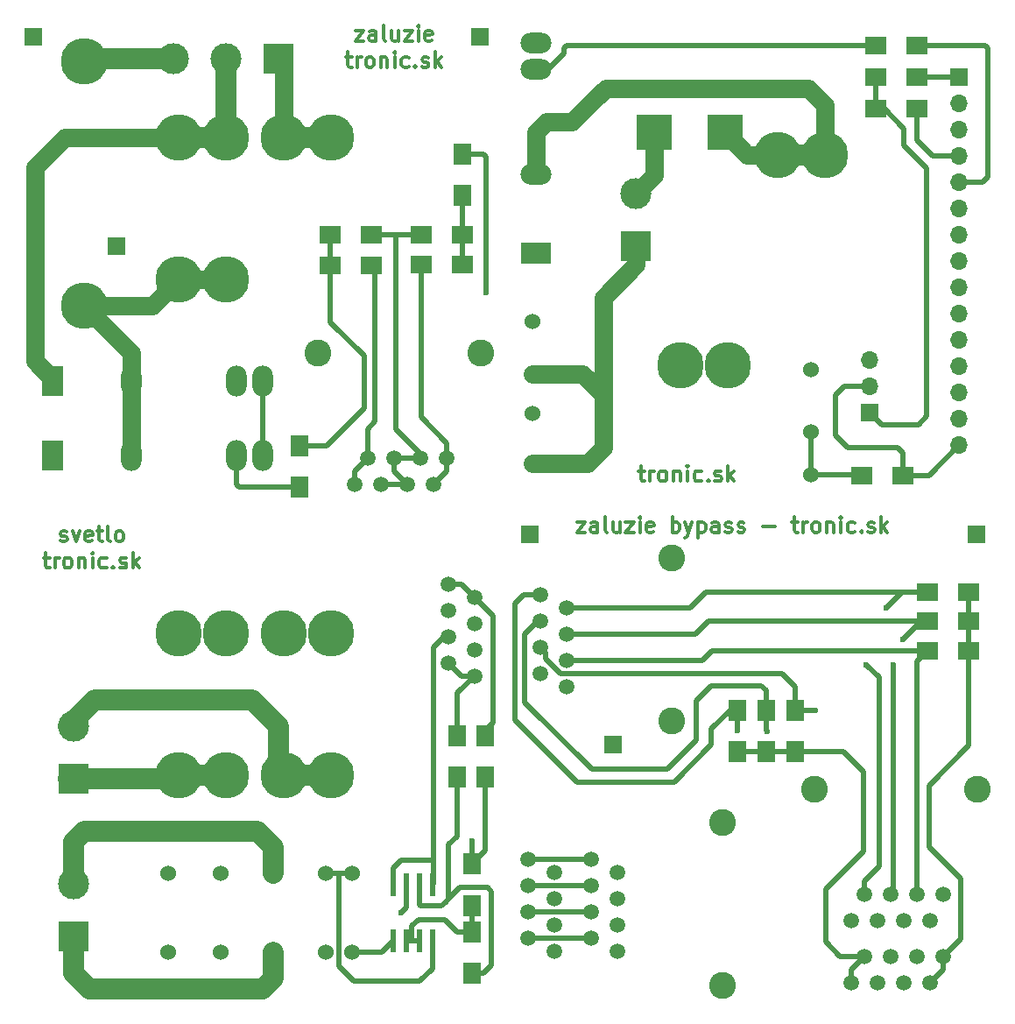
<source format=gtl>
G04 #@! TF.FileFunction,Copper,L1,Top,Signal*
%FSLAX46Y46*%
G04 Gerber Fmt 4.6, Leading zero omitted, Abs format (unit mm)*
G04 Created by KiCad (PCBNEW 4.0.7) date 05/06/18 13:24:53*
%MOMM*%
%LPD*%
G01*
G04 APERTURE LIST*
%ADD10C,0.100000*%
%ADD11C,0.300000*%
%ADD12C,1.500000*%
%ADD13R,3.000000X3.000000*%
%ADD14C,3.000000*%
%ADD15R,2.000000X1.700000*%
%ADD16R,1.700000X1.700000*%
%ADD17O,1.700000X1.700000*%
%ADD18C,2.600000*%
%ADD19R,1.700000X2.000000*%
%ADD20R,3.500000X3.500000*%
%ADD21R,2.000000X3.000000*%
%ADD22O,2.000000X3.000000*%
%ADD23R,3.000000X2.000000*%
%ADD24O,3.000000X2.000000*%
%ADD25C,1.524000*%
%ADD26C,4.500880*%
%ADD27R,0.600000X2.200000*%
%ADD28C,0.600000*%
%ADD29C,1.800000*%
%ADD30C,2.000000*%
%ADD31C,0.500000*%
G04 APERTURE END LIST*
D10*
D11*
X76006000Y-72444571D02*
X76791714Y-72444571D01*
X76006000Y-73444571D01*
X76791714Y-73444571D01*
X78006000Y-73444571D02*
X78006000Y-72658857D01*
X77934571Y-72516000D01*
X77791714Y-72444571D01*
X77506000Y-72444571D01*
X77363143Y-72516000D01*
X78006000Y-73373143D02*
X77863143Y-73444571D01*
X77506000Y-73444571D01*
X77363143Y-73373143D01*
X77291714Y-73230286D01*
X77291714Y-73087429D01*
X77363143Y-72944571D01*
X77506000Y-72873143D01*
X77863143Y-72873143D01*
X78006000Y-72801714D01*
X78934572Y-73444571D02*
X78791714Y-73373143D01*
X78720286Y-73230286D01*
X78720286Y-71944571D01*
X80148857Y-72444571D02*
X80148857Y-73444571D01*
X79506000Y-72444571D02*
X79506000Y-73230286D01*
X79577428Y-73373143D01*
X79720286Y-73444571D01*
X79934571Y-73444571D01*
X80077428Y-73373143D01*
X80148857Y-73301714D01*
X80720286Y-72444571D02*
X81506000Y-72444571D01*
X80720286Y-73444571D01*
X81506000Y-73444571D01*
X82077429Y-73444571D02*
X82077429Y-72444571D01*
X82077429Y-71944571D02*
X82006000Y-72016000D01*
X82077429Y-72087429D01*
X82148857Y-72016000D01*
X82077429Y-71944571D01*
X82077429Y-72087429D01*
X83363143Y-73373143D02*
X83220286Y-73444571D01*
X82934572Y-73444571D01*
X82791715Y-73373143D01*
X82720286Y-73230286D01*
X82720286Y-72658857D01*
X82791715Y-72516000D01*
X82934572Y-72444571D01*
X83220286Y-72444571D01*
X83363143Y-72516000D01*
X83434572Y-72658857D01*
X83434572Y-72801714D01*
X82720286Y-72944571D01*
X75077428Y-74994571D02*
X75648857Y-74994571D01*
X75291714Y-74494571D02*
X75291714Y-75780286D01*
X75363142Y-75923143D01*
X75506000Y-75994571D01*
X75648857Y-75994571D01*
X76148857Y-75994571D02*
X76148857Y-74994571D01*
X76148857Y-75280286D02*
X76220285Y-75137429D01*
X76291714Y-75066000D01*
X76434571Y-74994571D01*
X76577428Y-74994571D01*
X77291714Y-75994571D02*
X77148856Y-75923143D01*
X77077428Y-75851714D01*
X77005999Y-75708857D01*
X77005999Y-75280286D01*
X77077428Y-75137429D01*
X77148856Y-75066000D01*
X77291714Y-74994571D01*
X77505999Y-74994571D01*
X77648856Y-75066000D01*
X77720285Y-75137429D01*
X77791714Y-75280286D01*
X77791714Y-75708857D01*
X77720285Y-75851714D01*
X77648856Y-75923143D01*
X77505999Y-75994571D01*
X77291714Y-75994571D01*
X78434571Y-74994571D02*
X78434571Y-75994571D01*
X78434571Y-75137429D02*
X78505999Y-75066000D01*
X78648857Y-74994571D01*
X78863142Y-74994571D01*
X79005999Y-75066000D01*
X79077428Y-75208857D01*
X79077428Y-75994571D01*
X79791714Y-75994571D02*
X79791714Y-74994571D01*
X79791714Y-74494571D02*
X79720285Y-74566000D01*
X79791714Y-74637429D01*
X79863142Y-74566000D01*
X79791714Y-74494571D01*
X79791714Y-74637429D01*
X81148857Y-75923143D02*
X81006000Y-75994571D01*
X80720286Y-75994571D01*
X80577428Y-75923143D01*
X80506000Y-75851714D01*
X80434571Y-75708857D01*
X80434571Y-75280286D01*
X80506000Y-75137429D01*
X80577428Y-75066000D01*
X80720286Y-74994571D01*
X81006000Y-74994571D01*
X81148857Y-75066000D01*
X81791714Y-75851714D02*
X81863142Y-75923143D01*
X81791714Y-75994571D01*
X81720285Y-75923143D01*
X81791714Y-75851714D01*
X81791714Y-75994571D01*
X82434571Y-75923143D02*
X82577428Y-75994571D01*
X82863143Y-75994571D01*
X83006000Y-75923143D01*
X83077428Y-75780286D01*
X83077428Y-75708857D01*
X83006000Y-75566000D01*
X82863143Y-75494571D01*
X82648857Y-75494571D01*
X82506000Y-75423143D01*
X82434571Y-75280286D01*
X82434571Y-75208857D01*
X82506000Y-75066000D01*
X82648857Y-74994571D01*
X82863143Y-74994571D01*
X83006000Y-75066000D01*
X83720286Y-75994571D02*
X83720286Y-74494571D01*
X83863143Y-75423143D02*
X84291714Y-75994571D01*
X84291714Y-74994571D02*
X83720286Y-75566000D01*
X103398428Y-114994571D02*
X103969857Y-114994571D01*
X103612714Y-114494571D02*
X103612714Y-115780286D01*
X103684142Y-115923143D01*
X103827000Y-115994571D01*
X103969857Y-115994571D01*
X104469857Y-115994571D02*
X104469857Y-114994571D01*
X104469857Y-115280286D02*
X104541285Y-115137429D01*
X104612714Y-115066000D01*
X104755571Y-114994571D01*
X104898428Y-114994571D01*
X105612714Y-115994571D02*
X105469856Y-115923143D01*
X105398428Y-115851714D01*
X105326999Y-115708857D01*
X105326999Y-115280286D01*
X105398428Y-115137429D01*
X105469856Y-115066000D01*
X105612714Y-114994571D01*
X105826999Y-114994571D01*
X105969856Y-115066000D01*
X106041285Y-115137429D01*
X106112714Y-115280286D01*
X106112714Y-115708857D01*
X106041285Y-115851714D01*
X105969856Y-115923143D01*
X105826999Y-115994571D01*
X105612714Y-115994571D01*
X106755571Y-114994571D02*
X106755571Y-115994571D01*
X106755571Y-115137429D02*
X106826999Y-115066000D01*
X106969857Y-114994571D01*
X107184142Y-114994571D01*
X107326999Y-115066000D01*
X107398428Y-115208857D01*
X107398428Y-115994571D01*
X108112714Y-115994571D02*
X108112714Y-114994571D01*
X108112714Y-114494571D02*
X108041285Y-114566000D01*
X108112714Y-114637429D01*
X108184142Y-114566000D01*
X108112714Y-114494571D01*
X108112714Y-114637429D01*
X109469857Y-115923143D02*
X109327000Y-115994571D01*
X109041286Y-115994571D01*
X108898428Y-115923143D01*
X108827000Y-115851714D01*
X108755571Y-115708857D01*
X108755571Y-115280286D01*
X108827000Y-115137429D01*
X108898428Y-115066000D01*
X109041286Y-114994571D01*
X109327000Y-114994571D01*
X109469857Y-115066000D01*
X110112714Y-115851714D02*
X110184142Y-115923143D01*
X110112714Y-115994571D01*
X110041285Y-115923143D01*
X110112714Y-115851714D01*
X110112714Y-115994571D01*
X110755571Y-115923143D02*
X110898428Y-115994571D01*
X111184143Y-115994571D01*
X111327000Y-115923143D01*
X111398428Y-115780286D01*
X111398428Y-115708857D01*
X111327000Y-115566000D01*
X111184143Y-115494571D01*
X110969857Y-115494571D01*
X110827000Y-115423143D01*
X110755571Y-115280286D01*
X110755571Y-115208857D01*
X110827000Y-115066000D01*
X110969857Y-114994571D01*
X111184143Y-114994571D01*
X111327000Y-115066000D01*
X112041286Y-115994571D02*
X112041286Y-114494571D01*
X112184143Y-115423143D02*
X112612714Y-115994571D01*
X112612714Y-114994571D02*
X112041286Y-115566000D01*
X97422785Y-119947571D02*
X98208499Y-119947571D01*
X97422785Y-120947571D01*
X98208499Y-120947571D01*
X99422785Y-120947571D02*
X99422785Y-120161857D01*
X99351356Y-120019000D01*
X99208499Y-119947571D01*
X98922785Y-119947571D01*
X98779928Y-120019000D01*
X99422785Y-120876143D02*
X99279928Y-120947571D01*
X98922785Y-120947571D01*
X98779928Y-120876143D01*
X98708499Y-120733286D01*
X98708499Y-120590429D01*
X98779928Y-120447571D01*
X98922785Y-120376143D01*
X99279928Y-120376143D01*
X99422785Y-120304714D01*
X100351357Y-120947571D02*
X100208499Y-120876143D01*
X100137071Y-120733286D01*
X100137071Y-119447571D01*
X101565642Y-119947571D02*
X101565642Y-120947571D01*
X100922785Y-119947571D02*
X100922785Y-120733286D01*
X100994213Y-120876143D01*
X101137071Y-120947571D01*
X101351356Y-120947571D01*
X101494213Y-120876143D01*
X101565642Y-120804714D01*
X102137071Y-119947571D02*
X102922785Y-119947571D01*
X102137071Y-120947571D01*
X102922785Y-120947571D01*
X103494214Y-120947571D02*
X103494214Y-119947571D01*
X103494214Y-119447571D02*
X103422785Y-119519000D01*
X103494214Y-119590429D01*
X103565642Y-119519000D01*
X103494214Y-119447571D01*
X103494214Y-119590429D01*
X104779928Y-120876143D02*
X104637071Y-120947571D01*
X104351357Y-120947571D01*
X104208500Y-120876143D01*
X104137071Y-120733286D01*
X104137071Y-120161857D01*
X104208500Y-120019000D01*
X104351357Y-119947571D01*
X104637071Y-119947571D01*
X104779928Y-120019000D01*
X104851357Y-120161857D01*
X104851357Y-120304714D01*
X104137071Y-120447571D01*
X106637071Y-120947571D02*
X106637071Y-119447571D01*
X106637071Y-120019000D02*
X106779928Y-119947571D01*
X107065642Y-119947571D01*
X107208499Y-120019000D01*
X107279928Y-120090429D01*
X107351357Y-120233286D01*
X107351357Y-120661857D01*
X107279928Y-120804714D01*
X107208499Y-120876143D01*
X107065642Y-120947571D01*
X106779928Y-120947571D01*
X106637071Y-120876143D01*
X107851357Y-119947571D02*
X108208500Y-120947571D01*
X108565642Y-119947571D02*
X108208500Y-120947571D01*
X108065642Y-121304714D01*
X107994214Y-121376143D01*
X107851357Y-121447571D01*
X109137071Y-119947571D02*
X109137071Y-121447571D01*
X109137071Y-120019000D02*
X109279928Y-119947571D01*
X109565642Y-119947571D01*
X109708499Y-120019000D01*
X109779928Y-120090429D01*
X109851357Y-120233286D01*
X109851357Y-120661857D01*
X109779928Y-120804714D01*
X109708499Y-120876143D01*
X109565642Y-120947571D01*
X109279928Y-120947571D01*
X109137071Y-120876143D01*
X111137071Y-120947571D02*
X111137071Y-120161857D01*
X111065642Y-120019000D01*
X110922785Y-119947571D01*
X110637071Y-119947571D01*
X110494214Y-120019000D01*
X111137071Y-120876143D02*
X110994214Y-120947571D01*
X110637071Y-120947571D01*
X110494214Y-120876143D01*
X110422785Y-120733286D01*
X110422785Y-120590429D01*
X110494214Y-120447571D01*
X110637071Y-120376143D01*
X110994214Y-120376143D01*
X111137071Y-120304714D01*
X111779928Y-120876143D02*
X111922785Y-120947571D01*
X112208500Y-120947571D01*
X112351357Y-120876143D01*
X112422785Y-120733286D01*
X112422785Y-120661857D01*
X112351357Y-120519000D01*
X112208500Y-120447571D01*
X111994214Y-120447571D01*
X111851357Y-120376143D01*
X111779928Y-120233286D01*
X111779928Y-120161857D01*
X111851357Y-120019000D01*
X111994214Y-119947571D01*
X112208500Y-119947571D01*
X112351357Y-120019000D01*
X112994214Y-120876143D02*
X113137071Y-120947571D01*
X113422786Y-120947571D01*
X113565643Y-120876143D01*
X113637071Y-120733286D01*
X113637071Y-120661857D01*
X113565643Y-120519000D01*
X113422786Y-120447571D01*
X113208500Y-120447571D01*
X113065643Y-120376143D01*
X112994214Y-120233286D01*
X112994214Y-120161857D01*
X113065643Y-120019000D01*
X113208500Y-119947571D01*
X113422786Y-119947571D01*
X113565643Y-120019000D01*
X115422786Y-120376143D02*
X116565643Y-120376143D01*
X118208500Y-119947571D02*
X118779929Y-119947571D01*
X118422786Y-119447571D02*
X118422786Y-120733286D01*
X118494214Y-120876143D01*
X118637072Y-120947571D01*
X118779929Y-120947571D01*
X119279929Y-120947571D02*
X119279929Y-119947571D01*
X119279929Y-120233286D02*
X119351357Y-120090429D01*
X119422786Y-120019000D01*
X119565643Y-119947571D01*
X119708500Y-119947571D01*
X120422786Y-120947571D02*
X120279928Y-120876143D01*
X120208500Y-120804714D01*
X120137071Y-120661857D01*
X120137071Y-120233286D01*
X120208500Y-120090429D01*
X120279928Y-120019000D01*
X120422786Y-119947571D01*
X120637071Y-119947571D01*
X120779928Y-120019000D01*
X120851357Y-120090429D01*
X120922786Y-120233286D01*
X120922786Y-120661857D01*
X120851357Y-120804714D01*
X120779928Y-120876143D01*
X120637071Y-120947571D01*
X120422786Y-120947571D01*
X121565643Y-119947571D02*
X121565643Y-120947571D01*
X121565643Y-120090429D02*
X121637071Y-120019000D01*
X121779929Y-119947571D01*
X121994214Y-119947571D01*
X122137071Y-120019000D01*
X122208500Y-120161857D01*
X122208500Y-120947571D01*
X122922786Y-120947571D02*
X122922786Y-119947571D01*
X122922786Y-119447571D02*
X122851357Y-119519000D01*
X122922786Y-119590429D01*
X122994214Y-119519000D01*
X122922786Y-119447571D01*
X122922786Y-119590429D01*
X124279929Y-120876143D02*
X124137072Y-120947571D01*
X123851358Y-120947571D01*
X123708500Y-120876143D01*
X123637072Y-120804714D01*
X123565643Y-120661857D01*
X123565643Y-120233286D01*
X123637072Y-120090429D01*
X123708500Y-120019000D01*
X123851358Y-119947571D01*
X124137072Y-119947571D01*
X124279929Y-120019000D01*
X124922786Y-120804714D02*
X124994214Y-120876143D01*
X124922786Y-120947571D01*
X124851357Y-120876143D01*
X124922786Y-120804714D01*
X124922786Y-120947571D01*
X125565643Y-120876143D02*
X125708500Y-120947571D01*
X125994215Y-120947571D01*
X126137072Y-120876143D01*
X126208500Y-120733286D01*
X126208500Y-120661857D01*
X126137072Y-120519000D01*
X125994215Y-120447571D01*
X125779929Y-120447571D01*
X125637072Y-120376143D01*
X125565643Y-120233286D01*
X125565643Y-120161857D01*
X125637072Y-120019000D01*
X125779929Y-119947571D01*
X125994215Y-119947571D01*
X126137072Y-120019000D01*
X126851358Y-120947571D02*
X126851358Y-119447571D01*
X126994215Y-120376143D02*
X127422786Y-120947571D01*
X127422786Y-119947571D02*
X126851358Y-120519000D01*
X47510286Y-121760143D02*
X47653143Y-121831571D01*
X47938858Y-121831571D01*
X48081715Y-121760143D01*
X48153143Y-121617286D01*
X48153143Y-121545857D01*
X48081715Y-121403000D01*
X47938858Y-121331571D01*
X47724572Y-121331571D01*
X47581715Y-121260143D01*
X47510286Y-121117286D01*
X47510286Y-121045857D01*
X47581715Y-120903000D01*
X47724572Y-120831571D01*
X47938858Y-120831571D01*
X48081715Y-120903000D01*
X48653144Y-120831571D02*
X49010287Y-121831571D01*
X49367429Y-120831571D01*
X50510286Y-121760143D02*
X50367429Y-121831571D01*
X50081715Y-121831571D01*
X49938858Y-121760143D01*
X49867429Y-121617286D01*
X49867429Y-121045857D01*
X49938858Y-120903000D01*
X50081715Y-120831571D01*
X50367429Y-120831571D01*
X50510286Y-120903000D01*
X50581715Y-121045857D01*
X50581715Y-121188714D01*
X49867429Y-121331571D01*
X51010286Y-120831571D02*
X51581715Y-120831571D01*
X51224572Y-120331571D02*
X51224572Y-121617286D01*
X51296000Y-121760143D01*
X51438858Y-121831571D01*
X51581715Y-121831571D01*
X52296001Y-121831571D02*
X52153143Y-121760143D01*
X52081715Y-121617286D01*
X52081715Y-120331571D01*
X53081715Y-121831571D02*
X52938857Y-121760143D01*
X52867429Y-121688714D01*
X52796000Y-121545857D01*
X52796000Y-121117286D01*
X52867429Y-120974429D01*
X52938857Y-120903000D01*
X53081715Y-120831571D01*
X53296000Y-120831571D01*
X53438857Y-120903000D01*
X53510286Y-120974429D01*
X53581715Y-121117286D01*
X53581715Y-121545857D01*
X53510286Y-121688714D01*
X53438857Y-121760143D01*
X53296000Y-121831571D01*
X53081715Y-121831571D01*
X45867428Y-123381571D02*
X46438857Y-123381571D01*
X46081714Y-122881571D02*
X46081714Y-124167286D01*
X46153142Y-124310143D01*
X46296000Y-124381571D01*
X46438857Y-124381571D01*
X46938857Y-124381571D02*
X46938857Y-123381571D01*
X46938857Y-123667286D02*
X47010285Y-123524429D01*
X47081714Y-123453000D01*
X47224571Y-123381571D01*
X47367428Y-123381571D01*
X48081714Y-124381571D02*
X47938856Y-124310143D01*
X47867428Y-124238714D01*
X47795999Y-124095857D01*
X47795999Y-123667286D01*
X47867428Y-123524429D01*
X47938856Y-123453000D01*
X48081714Y-123381571D01*
X48295999Y-123381571D01*
X48438856Y-123453000D01*
X48510285Y-123524429D01*
X48581714Y-123667286D01*
X48581714Y-124095857D01*
X48510285Y-124238714D01*
X48438856Y-124310143D01*
X48295999Y-124381571D01*
X48081714Y-124381571D01*
X49224571Y-123381571D02*
X49224571Y-124381571D01*
X49224571Y-123524429D02*
X49295999Y-123453000D01*
X49438857Y-123381571D01*
X49653142Y-123381571D01*
X49795999Y-123453000D01*
X49867428Y-123595857D01*
X49867428Y-124381571D01*
X50581714Y-124381571D02*
X50581714Y-123381571D01*
X50581714Y-122881571D02*
X50510285Y-122953000D01*
X50581714Y-123024429D01*
X50653142Y-122953000D01*
X50581714Y-122881571D01*
X50581714Y-123024429D01*
X51938857Y-124310143D02*
X51796000Y-124381571D01*
X51510286Y-124381571D01*
X51367428Y-124310143D01*
X51296000Y-124238714D01*
X51224571Y-124095857D01*
X51224571Y-123667286D01*
X51296000Y-123524429D01*
X51367428Y-123453000D01*
X51510286Y-123381571D01*
X51796000Y-123381571D01*
X51938857Y-123453000D01*
X52581714Y-124238714D02*
X52653142Y-124310143D01*
X52581714Y-124381571D01*
X52510285Y-124310143D01*
X52581714Y-124238714D01*
X52581714Y-124381571D01*
X53224571Y-124310143D02*
X53367428Y-124381571D01*
X53653143Y-124381571D01*
X53796000Y-124310143D01*
X53867428Y-124167286D01*
X53867428Y-124095857D01*
X53796000Y-123953000D01*
X53653143Y-123881571D01*
X53438857Y-123881571D01*
X53296000Y-123810143D01*
X53224571Y-123667286D01*
X53224571Y-123595857D01*
X53296000Y-123453000D01*
X53438857Y-123381571D01*
X53653143Y-123381571D01*
X53796000Y-123453000D01*
X54510286Y-124381571D02*
X54510286Y-122881571D01*
X54653143Y-123810143D02*
X55081714Y-124381571D01*
X55081714Y-123381571D02*
X54510286Y-123953000D01*
D12*
X84963000Y-133540500D03*
X84963000Y-131000500D03*
X84963000Y-128460500D03*
X84963000Y-125920500D03*
X87503000Y-134810500D03*
X87503000Y-132270500D03*
X87503000Y-129730500D03*
X87503000Y-127190500D03*
D13*
X48768000Y-144780000D03*
D14*
X48768000Y-139700000D03*
D13*
X48768000Y-160020000D03*
D14*
X48768000Y-154940000D03*
D15*
X77565000Y-92202000D03*
X73565000Y-92202000D03*
D16*
X125730000Y-109347000D03*
D17*
X125730000Y-106807000D03*
X125730000Y-104267000D03*
D16*
X134366000Y-76962000D03*
D17*
X134366000Y-79502000D03*
X134366000Y-82042000D03*
X134366000Y-84582000D03*
X134366000Y-87122000D03*
X134366000Y-89662000D03*
X134366000Y-92202000D03*
X134366000Y-94742000D03*
X134366000Y-97282000D03*
X134366000Y-99822000D03*
X134366000Y-102362000D03*
X134366000Y-104902000D03*
X134366000Y-107442000D03*
X134366000Y-109982000D03*
X134366000Y-112522000D03*
D15*
X126270000Y-73914000D03*
X130270000Y-73914000D03*
X126270000Y-80010000D03*
X130270000Y-80010000D03*
X126270000Y-76962000D03*
X130270000Y-76962000D03*
D13*
X103124000Y-93281500D03*
D14*
X103124000Y-88201500D03*
D12*
X77216000Y-113792000D03*
X79756000Y-113792000D03*
X82296000Y-113792000D03*
X84836000Y-113792000D03*
X75946000Y-116332000D03*
X78486000Y-116332000D03*
X81026000Y-116332000D03*
X83566000Y-116332000D03*
D18*
X88138000Y-103632000D03*
X72390000Y-103632000D03*
D13*
X68580000Y-75184000D03*
D14*
X63500000Y-75184000D03*
X58420000Y-75184000D03*
D15*
X82328000Y-92202000D03*
X86328000Y-92202000D03*
X77565000Y-92202000D03*
X73565000Y-92202000D03*
D19*
X86360000Y-84360000D03*
X86360000Y-88360000D03*
X70612000Y-116554000D03*
X70612000Y-112554000D03*
D20*
X111731000Y-82296000D03*
X104931000Y-82296000D03*
D13*
X48768000Y-160020000D03*
D14*
X48768000Y-154940000D03*
D12*
X125222000Y-155892500D03*
X127762000Y-155892500D03*
X130302000Y-155892500D03*
X132842000Y-155892500D03*
X123952000Y-158432500D03*
X126492000Y-158432500D03*
X129032000Y-158432500D03*
X131572000Y-158432500D03*
D18*
X136144000Y-145732500D03*
X120396000Y-145732500D03*
D21*
X46736000Y-106299000D03*
D22*
X54356000Y-106299000D03*
X64516000Y-106299000D03*
X67056000Y-106299000D03*
D21*
X46736000Y-113538000D03*
D22*
X54356000Y-113538000D03*
X64516000Y-113538000D03*
X67056000Y-113538000D03*
D23*
X93472000Y-93980000D03*
D24*
X93472000Y-86360000D03*
X93472000Y-76200000D03*
X93472000Y-73660000D03*
D25*
X120078500Y-111188500D03*
X93154500Y-114236500D03*
X93154500Y-109410500D03*
X93154500Y-100520500D03*
X93154500Y-105600500D03*
X120078500Y-115379500D03*
X120078500Y-105219500D03*
D26*
X69088000Y-144399000D03*
X116840000Y-84455000D03*
X73660000Y-144399000D03*
X107442000Y-104775000D03*
X121412000Y-84455000D03*
X63500000Y-144399000D03*
X58928000Y-144399000D03*
X69088000Y-130683000D03*
X73660000Y-130683000D03*
X63500000Y-130683000D03*
X58928000Y-130683000D03*
X73660000Y-82804000D03*
X63500000Y-82804000D03*
X112014000Y-104775000D03*
X69088000Y-82804000D03*
X58928000Y-82804000D03*
X63500000Y-96520000D03*
X58928000Y-96520000D03*
X49784000Y-75438000D03*
X49784000Y-99060000D03*
X69088000Y-144399000D03*
X73660000Y-144399000D03*
X63500000Y-144399000D03*
X58928000Y-144399000D03*
X69088000Y-130683000D03*
X73660000Y-130683000D03*
X63500000Y-130683000D03*
X58928000Y-130683000D03*
X58928000Y-82804000D03*
D19*
X88582500Y-144621000D03*
X88582500Y-140621000D03*
X85852000Y-144621000D03*
X85852000Y-140621000D03*
D15*
X86328000Y-95059500D03*
X82328000Y-95059500D03*
X73565000Y-95123000D03*
X77565000Y-95123000D03*
X124936500Y-115443000D03*
X128936500Y-115443000D03*
D26*
X58928000Y-82804000D03*
D16*
X44831000Y-73025000D03*
X88011000Y-73025000D03*
X52895500Y-93281500D03*
D15*
X135286500Y-132397500D03*
X131286500Y-132397500D03*
X135286500Y-129540000D03*
X131286500Y-129540000D03*
X135286500Y-126746000D03*
X131286500Y-126746000D03*
D19*
X118491000Y-142144500D03*
X118491000Y-138144500D03*
X115697000Y-142144500D03*
X115697000Y-138144500D03*
X112903000Y-142144500D03*
X112903000Y-138144500D03*
D26*
X58928000Y-82804000D03*
D12*
X96393000Y-128270000D03*
X96393000Y-130810000D03*
X96393000Y-133350000D03*
X96393000Y-135890000D03*
X93853000Y-127000000D03*
X93853000Y-129540000D03*
X93853000Y-132080000D03*
X93853000Y-134620000D03*
D18*
X106553000Y-139192000D03*
X106553000Y-123444000D03*
D16*
X100901500Y-141414500D03*
X136017000Y-121158000D03*
X92837000Y-121158000D03*
D12*
X125222000Y-161925000D03*
X127762000Y-161925000D03*
X130302000Y-161925000D03*
X132842000Y-161925000D03*
X123952000Y-164465000D03*
X126492000Y-164465000D03*
X129032000Y-164465000D03*
X131572000Y-164465000D03*
X101346000Y-153797000D03*
X101346000Y-156337000D03*
X101346000Y-158877000D03*
X101346000Y-161417000D03*
X98806000Y-152527000D03*
X98806000Y-155067000D03*
X98806000Y-157607000D03*
X98806000Y-160147000D03*
D18*
X111506000Y-164719000D03*
X111506000Y-148971000D03*
D12*
X95250000Y-153797000D03*
X95250000Y-156337000D03*
X95250000Y-158877000D03*
X95250000Y-161417000D03*
X92710000Y-152527000D03*
X92710000Y-155067000D03*
X92710000Y-157607000D03*
X92710000Y-160147000D03*
D19*
X87249000Y-153003500D03*
X87249000Y-157003500D03*
X87249000Y-163544000D03*
X87249000Y-159544000D03*
D27*
X80899000Y-160434000D03*
X80899000Y-155034000D03*
X79629000Y-160434000D03*
X82169000Y-160434000D03*
X83439000Y-160434000D03*
X79629000Y-155034000D03*
X82169000Y-155034000D03*
X83439000Y-155034000D03*
D25*
X75692000Y-161480500D03*
X73152000Y-161480500D03*
X68072000Y-161480500D03*
X62992000Y-161480500D03*
X57912000Y-161480500D03*
X75692000Y-153860500D03*
X73152000Y-153860500D03*
X68072000Y-153860500D03*
X62992000Y-153860500D03*
X57912000Y-153860500D03*
D28*
X88646000Y-97790000D03*
X87312500Y-150749000D03*
X80391000Y-157670500D03*
X125412500Y-133731000D03*
X127317500Y-128270000D03*
X128968500Y-131254500D03*
X128016000Y-133731000D03*
X112903000Y-140081000D03*
X115824000Y-140144500D03*
X120459500Y-138176000D03*
D29*
X54356000Y-106299000D02*
X54356000Y-113538000D01*
X54356000Y-106299000D02*
X54356000Y-103632000D01*
X54356000Y-103632000D02*
X49784000Y-99060000D01*
X58928000Y-96520000D02*
X63500000Y-96520000D01*
X49784000Y-99060000D02*
X56388000Y-99060000D01*
X56388000Y-99060000D02*
X58928000Y-96520000D01*
D30*
X58801000Y-96393000D02*
X58928000Y-96520000D01*
X58801000Y-96393000D02*
X58928000Y-96520000D01*
X58674000Y-96266000D02*
X58928000Y-96520000D01*
X58674000Y-96266000D02*
X58928000Y-96520000D01*
X58801000Y-96393000D02*
X58928000Y-96520000D01*
X58801000Y-96393000D02*
X58928000Y-96520000D01*
X58801000Y-96393000D02*
X58928000Y-96520000D01*
X58801000Y-96393000D02*
X58928000Y-96520000D01*
X58674000Y-96266000D02*
X58928000Y-96520000D01*
X58674000Y-96266000D02*
X58928000Y-96520000D01*
X58801000Y-96393000D02*
X58928000Y-96520000D01*
X58801000Y-96393000D02*
X58928000Y-96520000D01*
X58420000Y-75184000D02*
X50038000Y-75184000D01*
X50038000Y-75184000D02*
X49784000Y-75438000D01*
D31*
X70612000Y-112554000D02*
X73183500Y-112554000D01*
X73565000Y-100616000D02*
X73565000Y-95123000D01*
X76835000Y-103886000D02*
X73565000Y-100616000D01*
X76835000Y-108902500D02*
X76835000Y-103886000D01*
X73183500Y-112554000D02*
X76835000Y-108902500D01*
X73565000Y-95123000D02*
X73565000Y-92202000D01*
X79883000Y-92202000D02*
X79883000Y-110934500D01*
X79883000Y-110934500D02*
X82296000Y-113347500D01*
X82296000Y-113347500D02*
X82296000Y-113792000D01*
X77565000Y-92202000D02*
X79883000Y-92202000D01*
X79883000Y-92202000D02*
X82328000Y-92202000D01*
X82328000Y-113760000D02*
X82296000Y-113792000D01*
X81026000Y-116332000D02*
X78486000Y-116332000D01*
X79756000Y-113792000D02*
X79756000Y-115062000D01*
X79756000Y-115062000D02*
X81026000Y-116332000D01*
X82296000Y-113792000D02*
X79756000Y-113792000D01*
X67056000Y-113538000D02*
X67056000Y-106299000D01*
X86328000Y-95059500D02*
X86328000Y-92202000D01*
X86328000Y-92202000D02*
X86360000Y-92170000D01*
X86360000Y-92170000D02*
X86360000Y-88360000D01*
X86328000Y-88392000D02*
X86360000Y-88360000D01*
D29*
X69088000Y-82804000D02*
X69088000Y-75692000D01*
X69088000Y-75692000D02*
X68580000Y-75184000D01*
D30*
X69088000Y-82804000D02*
X68580000Y-82296000D01*
X73660000Y-82804000D02*
X69088000Y-82804000D01*
X68580000Y-82296000D02*
X69088000Y-82804000D01*
X68580000Y-82296000D02*
X69088000Y-82804000D01*
X73660000Y-82804000D02*
X69088000Y-82804000D01*
X69088000Y-82804000D02*
X68580000Y-82296000D01*
X69088000Y-82804000D02*
X68580000Y-82296000D01*
X73660000Y-82804000D02*
X69088000Y-82804000D01*
X68580000Y-82296000D02*
X69088000Y-82804000D01*
X68580000Y-82296000D02*
X69088000Y-82804000D01*
X73660000Y-82804000D02*
X69088000Y-82804000D01*
X69088000Y-82804000D02*
X68580000Y-82296000D01*
D29*
X46736000Y-106299000D02*
X46736000Y-106108500D01*
X46736000Y-106108500D02*
X45021500Y-104394000D01*
X45021500Y-104394000D02*
X45021500Y-85661500D01*
X45021500Y-85661500D02*
X47879000Y-82804000D01*
X47879000Y-82804000D02*
X58928000Y-82804000D01*
D30*
X63500000Y-82804000D02*
X63500000Y-75184000D01*
X58928000Y-82804000D02*
X63500000Y-82804000D01*
X58928000Y-82804000D02*
X63500000Y-82804000D01*
X63500000Y-82804000D02*
X63500000Y-75184000D01*
X63500000Y-82804000D02*
X63500000Y-75184000D01*
X58928000Y-82804000D02*
X63500000Y-82804000D01*
X58928000Y-82804000D02*
X63500000Y-82804000D01*
X63500000Y-82804000D02*
X63500000Y-75184000D01*
D29*
X102679500Y-78041500D02*
X119824500Y-78041500D01*
X96964500Y-81280000D02*
X99250500Y-78994000D01*
X99250500Y-78994000D02*
X100203000Y-78041500D01*
X100203000Y-78041500D02*
X102679500Y-78041500D01*
X93472000Y-86360000D02*
X93472000Y-82296000D01*
X121412000Y-79629000D02*
X121412000Y-84455000D01*
X93472000Y-82296000D02*
X94488000Y-81280000D01*
X94488000Y-81280000D02*
X96964500Y-81280000D01*
X119824500Y-78041500D02*
X121412000Y-79629000D01*
X116840000Y-84455000D02*
X113890000Y-84455000D01*
X113890000Y-84455000D02*
X111731000Y-82296000D01*
D30*
X116840000Y-84455000D02*
X116840000Y-83722000D01*
X121412000Y-84455000D02*
X121412000Y-84328000D01*
X121412000Y-84455000D02*
X116840000Y-84455000D01*
D31*
X126270000Y-80010000D02*
X127127000Y-80010000D01*
X127127000Y-80010000D02*
X129032000Y-81915000D01*
X126936500Y-110553500D02*
X125730000Y-109347000D01*
X130429000Y-110553500D02*
X126936500Y-110553500D01*
X131254500Y-109728000D02*
X130429000Y-110553500D01*
X131254500Y-85725000D02*
X131254500Y-109728000D01*
X129032000Y-83502500D02*
X131254500Y-85725000D01*
X129032000Y-81915000D02*
X129032000Y-83502500D01*
X126270000Y-76962000D02*
X126270000Y-80010000D01*
X122428000Y-108839000D02*
X122428000Y-111569500D01*
X122428000Y-108839000D02*
X122428000Y-107632500D01*
X122428000Y-107632500D02*
X123253500Y-106807000D01*
X125730000Y-106807000D02*
X123253500Y-106807000D01*
X128936500Y-113252000D02*
X128936500Y-115443000D01*
X128460500Y-112776000D02*
X128936500Y-113252000D01*
X123634500Y-112776000D02*
X128460500Y-112776000D01*
X122428000Y-111569500D02*
X123634500Y-112776000D01*
X128936500Y-115443000D02*
X131445000Y-115443000D01*
X131445000Y-115443000D02*
X134366000Y-112522000D01*
X133985000Y-112903000D02*
X134366000Y-112522000D01*
X120078500Y-105219500D02*
X120078500Y-105029000D01*
D29*
X103124000Y-93281500D02*
X103124000Y-95059500D01*
X99949000Y-98234500D02*
X99949000Y-107569000D01*
X103124000Y-95059500D02*
X99949000Y-98234500D01*
X103124000Y-93281500D02*
X103124000Y-93535500D01*
X93154500Y-105600500D02*
X97980500Y-105600500D01*
X97980500Y-105600500D02*
X99949000Y-107569000D01*
X98488500Y-114236500D02*
X93154500Y-114236500D01*
X99949000Y-107569000D02*
X99949000Y-112776000D01*
X99949000Y-112776000D02*
X98488500Y-114236500D01*
D31*
X134366000Y-76962000D02*
X130270000Y-76962000D01*
X130270000Y-80010000D02*
X130270000Y-83026000D01*
X131826000Y-84582000D02*
X134366000Y-84582000D01*
X130270000Y-83026000D02*
X131826000Y-84582000D01*
X86360000Y-84360000D02*
X88360000Y-84360000D01*
X88646000Y-84646000D02*
X88646000Y-97790000D01*
X88360000Y-84360000D02*
X88646000Y-84646000D01*
X70612000Y-116554000D02*
X64738000Y-116554000D01*
X64516000Y-116332000D02*
X64516000Y-113538000D01*
X64738000Y-116554000D02*
X64516000Y-116332000D01*
X93472000Y-76200000D02*
X94678500Y-76200000D01*
X94678500Y-76200000D02*
X96202500Y-74676000D01*
X96202500Y-74676000D02*
X96202500Y-74104500D01*
X96202500Y-74104500D02*
X96393000Y-73914000D01*
X96393000Y-73914000D02*
X99631500Y-73914000D01*
X99631500Y-73914000D02*
X126270000Y-73914000D01*
X126270000Y-73914000D02*
X114681000Y-73914000D01*
X130270000Y-73914000D02*
X136906000Y-73914000D01*
X136652000Y-87122000D02*
X134366000Y-87122000D01*
X137160000Y-86614000D02*
X136652000Y-87122000D01*
X137160000Y-74168000D02*
X137160000Y-86614000D01*
X136906000Y-73914000D02*
X137160000Y-74168000D01*
D29*
X104931000Y-82296000D02*
X104931000Y-86394500D01*
X104931000Y-86394500D02*
X103124000Y-88201500D01*
D30*
X50800000Y-137160000D02*
X48260000Y-139700000D01*
X66040000Y-137160000D02*
X50800000Y-137160000D01*
X68580000Y-139700000D02*
X66040000Y-137160000D01*
X68580000Y-143891000D02*
X68580000Y-139700000D01*
X69088000Y-144399000D02*
X68580000Y-143891000D01*
X73660000Y-144399000D02*
X69088000Y-144399000D01*
X73660000Y-144399000D02*
X69088000Y-144399000D01*
X69088000Y-144399000D02*
X68580000Y-143891000D01*
X68580000Y-143891000D02*
X68580000Y-139700000D01*
X68580000Y-139700000D02*
X66040000Y-137160000D01*
X66040000Y-137160000D02*
X50800000Y-137160000D01*
X50800000Y-137160000D02*
X48260000Y-139700000D01*
X58928000Y-144399000D02*
X63500000Y-144399000D01*
X58547000Y-144780000D02*
X58928000Y-144399000D01*
X48260000Y-144780000D02*
X58547000Y-144780000D01*
X48260000Y-144780000D02*
X58547000Y-144780000D01*
X58547000Y-144780000D02*
X58928000Y-144399000D01*
X58928000Y-144399000D02*
X63500000Y-144399000D01*
D31*
X85852000Y-147383500D02*
X85852000Y-150304500D01*
X85852000Y-144621000D02*
X85852000Y-147383500D01*
X85026500Y-151130000D02*
X85026500Y-156337000D01*
X85852000Y-150304500D02*
X85026500Y-151130000D01*
X87249000Y-163544000D02*
X88360500Y-163544000D01*
X82169000Y-156908500D02*
X82169000Y-155034000D01*
X82296000Y-157035500D02*
X82169000Y-156908500D01*
X84328000Y-157035500D02*
X82296000Y-157035500D01*
X84709000Y-156654500D02*
X84328000Y-157035500D01*
X86106000Y-155257500D02*
X85026500Y-156337000D01*
X85026500Y-156337000D02*
X84709000Y-156654500D01*
X88773000Y-155257500D02*
X86106000Y-155257500D01*
X89154000Y-155638500D02*
X88773000Y-155257500D01*
X89154000Y-162750500D02*
X89154000Y-155638500D01*
X88360500Y-163544000D02*
X89154000Y-162750500D01*
X79629000Y-155034000D02*
X79629000Y-153352500D01*
X80391000Y-152590500D02*
X83566000Y-152590500D01*
X79629000Y-153352500D02*
X80391000Y-152590500D01*
X84963000Y-131000500D02*
X84582000Y-131000500D01*
X84582000Y-131000500D02*
X83566000Y-132016500D01*
X83566000Y-132016500D02*
X83566000Y-152590500D01*
X83566000Y-152590500D02*
X83566000Y-154907000D01*
X83566000Y-154907000D02*
X83439000Y-155034000D01*
X87503000Y-132270500D02*
X87566500Y-132270500D01*
X80899000Y-155034000D02*
X80899000Y-157162500D01*
X87249000Y-150812500D02*
X87249000Y-153003500D01*
X87312500Y-150749000D02*
X87249000Y-150812500D01*
X80899000Y-157162500D02*
X80391000Y-157670500D01*
X88582500Y-151162000D02*
X88582500Y-151670000D01*
X88582500Y-144621000D02*
X88582500Y-151162000D01*
X88582500Y-151670000D02*
X87249000Y-153003500D01*
D30*
X68072000Y-164084000D02*
X67056000Y-165100000D01*
X67056000Y-165100000D02*
X50292000Y-165100000D01*
X50292000Y-165100000D02*
X48768000Y-163576000D01*
X50292000Y-165100000D02*
X48768000Y-163576000D01*
X67056000Y-165100000D02*
X50292000Y-165100000D01*
X68072000Y-164084000D02*
X67056000Y-165100000D01*
X48768000Y-163576000D02*
X48768000Y-160020000D01*
X68072000Y-161544000D02*
X68072000Y-164084000D01*
X68072000Y-161544000D02*
X68072000Y-164084000D01*
X48768000Y-163576000D02*
X48768000Y-160020000D01*
X68072000Y-151384000D02*
X66548000Y-149860000D01*
X66548000Y-149860000D02*
X49784000Y-149860000D01*
X49784000Y-149860000D02*
X48768000Y-150876000D01*
X48768000Y-150876000D02*
X48768000Y-154940000D01*
X68072000Y-153924000D02*
X68072000Y-151384000D01*
X68072000Y-153924000D02*
X68072000Y-151384000D01*
X48768000Y-150876000D02*
X48768000Y-154940000D01*
X49784000Y-149860000D02*
X48768000Y-150876000D01*
X66548000Y-149860000D02*
X49784000Y-149860000D01*
X68072000Y-151384000D02*
X66548000Y-149860000D01*
D31*
X89344500Y-138303000D02*
X89344500Y-139351000D01*
X89344500Y-139351000D02*
X88074500Y-140621000D01*
X89344500Y-129032000D02*
X87503000Y-127190500D01*
X89344500Y-138366500D02*
X89344500Y-138303000D01*
X89344500Y-138303000D02*
X89344500Y-129032000D01*
X84963000Y-125920500D02*
X86233000Y-125920500D01*
X86233000Y-125920500D02*
X87503000Y-127190500D01*
X85852000Y-140621000D02*
X85852000Y-136461500D01*
X85852000Y-136461500D02*
X87503000Y-134810500D01*
X87503000Y-134810500D02*
X86233000Y-134810500D01*
X86233000Y-134810500D02*
X84963000Y-133540500D01*
X84836000Y-113792000D02*
X84836000Y-112331500D01*
X84836000Y-112331500D02*
X82328000Y-109823500D01*
X82328000Y-95059500D02*
X82328000Y-109823500D01*
X84836000Y-113792000D02*
X84836000Y-115062000D01*
X84836000Y-115062000D02*
X83566000Y-116332000D01*
X77216000Y-113792000D02*
X77216000Y-110934500D01*
X77914500Y-110236000D02*
X77914500Y-95472500D01*
X77216000Y-110934500D02*
X77914500Y-110236000D01*
X77914500Y-95472500D02*
X77565000Y-95123000D01*
X77216000Y-95472000D02*
X77565000Y-95123000D01*
X75946000Y-116332000D02*
X75946000Y-115062000D01*
X75946000Y-115062000D02*
X77216000Y-113792000D01*
X120078500Y-115379500D02*
X124873000Y-115379500D01*
X124873000Y-115379500D02*
X124936500Y-115443000D01*
X120078500Y-115379500D02*
X120078500Y-111188500D01*
X130302000Y-161925000D02*
X130302000Y-161417000D01*
X131445000Y-151193500D02*
X131445000Y-151320500D01*
X131445000Y-147447000D02*
X131445000Y-151193500D01*
X134556500Y-160210500D02*
X132842000Y-161925000D01*
X134556500Y-154432000D02*
X134556500Y-160210500D01*
X131445000Y-151320500D02*
X134556500Y-154432000D01*
X131445000Y-147447000D02*
X131445000Y-145415000D01*
X135286500Y-141573500D02*
X135286500Y-132397500D01*
X131445000Y-145415000D02*
X135286500Y-141573500D01*
X132842000Y-161925000D02*
X132842000Y-163195000D01*
X132842000Y-163195000D02*
X131572000Y-164465000D01*
X131445000Y-147383500D02*
X131445000Y-147447000D01*
X135286500Y-126746000D02*
X135286500Y-129540000D01*
X135286500Y-129540000D02*
X135286500Y-132397500D01*
X125222000Y-155892500D02*
X125222000Y-154622500D01*
X126619000Y-134937500D02*
X125412500Y-133731000D01*
X126619000Y-153225500D02*
X126619000Y-134937500D01*
X125222000Y-154622500D02*
X126619000Y-153225500D01*
X125222000Y-155892500D02*
X125222000Y-155448000D01*
X131286500Y-126746000D02*
X109855000Y-126746000D01*
X108331000Y-128270000D02*
X96393000Y-128270000D01*
X109855000Y-126746000D02*
X108331000Y-128270000D01*
X128841500Y-126746000D02*
X131286500Y-126746000D01*
X127317500Y-128270000D02*
X128841500Y-126746000D01*
X128016000Y-133731000D02*
X128016000Y-155638500D01*
X128016000Y-155638500D02*
X127762000Y-155892500D01*
X127762000Y-155892500D02*
X127762000Y-155702000D01*
X131286500Y-129540000D02*
X110172500Y-129540000D01*
X108902500Y-130810000D02*
X96393000Y-130810000D01*
X110172500Y-129540000D02*
X108902500Y-130810000D01*
X128968500Y-131254500D02*
X130683000Y-129540000D01*
X130683000Y-129540000D02*
X131286500Y-129540000D01*
X130302000Y-155892500D02*
X130302000Y-154940000D01*
X131286500Y-132397500D02*
X110490000Y-132397500D01*
X109537500Y-133350000D02*
X96393000Y-133350000D01*
X110490000Y-132397500D02*
X109537500Y-133350000D01*
X130302000Y-155575000D02*
X130302000Y-154940000D01*
X130302000Y-154940000D02*
X130302000Y-133382000D01*
X130302000Y-133382000D02*
X131286500Y-132397500D01*
X130302000Y-133382000D02*
X131286500Y-132397500D01*
X112903000Y-140081000D02*
X112903000Y-138144500D01*
X112903000Y-138144500D02*
X112236000Y-138144500D01*
X112236000Y-138144500D02*
X110426500Y-139954000D01*
X110426500Y-139954000D02*
X110426500Y-141478000D01*
X110426500Y-141478000D02*
X106807000Y-145097500D01*
X106807000Y-145097500D02*
X97472500Y-145097500D01*
X97472500Y-145097500D02*
X91440000Y-139065000D01*
X91440000Y-139065000D02*
X91440000Y-127825500D01*
X91440000Y-127825500D02*
X92265500Y-127000000D01*
X92265500Y-127000000D02*
X93853000Y-127000000D01*
X92392500Y-137287000D02*
X92392500Y-137350500D01*
X93599000Y-129540000D02*
X92392500Y-130746500D01*
X92392500Y-130746500D02*
X92392500Y-137287000D01*
X115697000Y-136207500D02*
X115697000Y-138144500D01*
X106172000Y-143827500D02*
X98869500Y-143827500D01*
X108966000Y-141033500D02*
X106172000Y-143827500D01*
X108966000Y-137223500D02*
X108966000Y-141033500D01*
X110426500Y-135763000D02*
X108966000Y-137223500D01*
X115252500Y-135763000D02*
X110426500Y-135763000D01*
X115697000Y-136207500D02*
X115252500Y-135763000D01*
X92392500Y-137350500D02*
X98869500Y-143827500D01*
X93853000Y-129540000D02*
X93599000Y-129540000D01*
X93408500Y-129540000D02*
X93853000Y-129540000D01*
X115824000Y-140144500D02*
X115697000Y-140017500D01*
X115697000Y-140017500D02*
X115697000Y-138144500D01*
X118491000Y-138144500D02*
X118491000Y-135890000D01*
X94361000Y-133159500D02*
X94361000Y-132588000D01*
X95821500Y-134620000D02*
X94361000Y-133159500D01*
X117221000Y-134620000D02*
X95821500Y-134620000D01*
X118491000Y-135890000D02*
X117221000Y-134620000D01*
X94361000Y-132588000D02*
X93853000Y-132080000D01*
X120428000Y-138144500D02*
X118491000Y-138144500D01*
X120459500Y-138176000D02*
X120428000Y-138144500D01*
X118491000Y-142144500D02*
X123158000Y-142144500D01*
X122872500Y-161925000D02*
X125222000Y-161925000D01*
X121475500Y-160528000D02*
X122872500Y-161925000D01*
X121475500Y-155384500D02*
X121475500Y-160528000D01*
X125095000Y-151765000D02*
X121475500Y-155384500D01*
X125095000Y-144081500D02*
X125095000Y-151765000D01*
X123158000Y-142144500D02*
X125095000Y-144081500D01*
X115697000Y-142144500D02*
X118491000Y-142144500D01*
X112903000Y-142144500D02*
X115697000Y-142144500D01*
X123952000Y-164465000D02*
X123952000Y-163195000D01*
X123952000Y-163195000D02*
X125222000Y-161925000D01*
X92710000Y-152527000D02*
X98806000Y-152527000D01*
X92710000Y-155067000D02*
X98806000Y-155067000D01*
X92710000Y-157607000D02*
X98806000Y-157607000D01*
X92710000Y-160147000D02*
X98806000Y-160147000D01*
X87249000Y-159544000D02*
X85820500Y-159544000D01*
X81470500Y-159004000D02*
X81470500Y-160434000D01*
X82105500Y-158369000D02*
X81470500Y-159004000D01*
X84645500Y-158369000D02*
X82105500Y-158369000D01*
X85820500Y-159544000D02*
X84645500Y-158369000D01*
X87249000Y-157003500D02*
X87249000Y-159544000D01*
X80899000Y-160434000D02*
X81470500Y-160434000D01*
X81470500Y-160434000D02*
X82169000Y-160434000D01*
X75692000Y-161544000D02*
X78519000Y-161544000D01*
X78519000Y-161544000D02*
X79629000Y-160434000D01*
X76073000Y-164338000D02*
X75882500Y-164338000D01*
X74485500Y-154051000D02*
X74485500Y-153924000D01*
X74485500Y-153987500D02*
X74485500Y-154051000D01*
X74422000Y-153924000D02*
X74485500Y-153987500D01*
X74422000Y-162877500D02*
X74422000Y-153924000D01*
X75882500Y-164338000D02*
X74422000Y-162877500D01*
X83439000Y-160434000D02*
X83439000Y-163131500D01*
X82232500Y-164338000D02*
X76073000Y-164338000D01*
X76073000Y-164338000D02*
X76009500Y-164338000D01*
X83439000Y-163131500D02*
X82232500Y-164338000D01*
X73152000Y-153924000D02*
X74485500Y-153924000D01*
X74485500Y-153924000D02*
X75692000Y-153924000D01*
M02*

</source>
